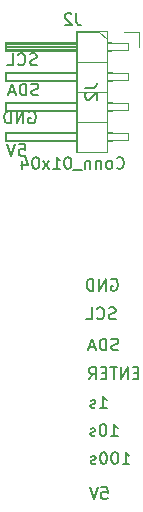
<source format=gbr>
%TF.GenerationSoftware,KiCad,Pcbnew,(5.1.7)-1*%
%TF.CreationDate,2022-02-19T15:23:42+00:00*%
%TF.ProjectId,ControlMenu-PCB,436f6e74-726f-46c4-9d65-6e752d504342,rev?*%
%TF.SameCoordinates,Original*%
%TF.FileFunction,Legend,Bot*%
%TF.FilePolarity,Positive*%
%FSLAX46Y46*%
G04 Gerber Fmt 4.6, Leading zero omitted, Abs format (unit mm)*
G04 Created by KiCad (PCBNEW (5.1.7)-1) date 2022-02-19 15:23:42*
%MOMM*%
%LPD*%
G01*
G04 APERTURE LIST*
%ADD10C,0.150000*%
%ADD11C,0.100000*%
%ADD12C,0.120000*%
G04 APERTURE END LIST*
D10*
X264380476Y-148472380D02*
X264856666Y-148472380D01*
X264904285Y-148948571D01*
X264856666Y-148900952D01*
X264761428Y-148853333D01*
X264523333Y-148853333D01*
X264428095Y-148900952D01*
X264380476Y-148948571D01*
X264332857Y-149043809D01*
X264332857Y-149281904D01*
X264380476Y-149377142D01*
X264428095Y-149424761D01*
X264523333Y-149472380D01*
X264761428Y-149472380D01*
X264856666Y-149424761D01*
X264904285Y-149377142D01*
X264047142Y-148472380D02*
X263713809Y-149472380D01*
X263380476Y-148472380D01*
X266181428Y-146512380D02*
X266752857Y-146512380D01*
X266467142Y-146512380D02*
X266467142Y-145512380D01*
X266562380Y-145655238D01*
X266657619Y-145750476D01*
X266752857Y-145798095D01*
X265562380Y-145512380D02*
X265467142Y-145512380D01*
X265371904Y-145560000D01*
X265324285Y-145607619D01*
X265276666Y-145702857D01*
X265229047Y-145893333D01*
X265229047Y-146131428D01*
X265276666Y-146321904D01*
X265324285Y-146417142D01*
X265371904Y-146464761D01*
X265467142Y-146512380D01*
X265562380Y-146512380D01*
X265657619Y-146464761D01*
X265705238Y-146417142D01*
X265752857Y-146321904D01*
X265800476Y-146131428D01*
X265800476Y-145893333D01*
X265752857Y-145702857D01*
X265705238Y-145607619D01*
X265657619Y-145560000D01*
X265562380Y-145512380D01*
X264610000Y-145512380D02*
X264514761Y-145512380D01*
X264419523Y-145560000D01*
X264371904Y-145607619D01*
X264324285Y-145702857D01*
X264276666Y-145893333D01*
X264276666Y-146131428D01*
X264324285Y-146321904D01*
X264371904Y-146417142D01*
X264419523Y-146464761D01*
X264514761Y-146512380D01*
X264610000Y-146512380D01*
X264705238Y-146464761D01*
X264752857Y-146417142D01*
X264800476Y-146321904D01*
X264848095Y-146131428D01*
X264848095Y-145893333D01*
X264800476Y-145702857D01*
X264752857Y-145607619D01*
X264705238Y-145560000D01*
X264610000Y-145512380D01*
X263895714Y-146464761D02*
X263800476Y-146512380D01*
X263610000Y-146512380D01*
X263514761Y-146464761D01*
X263467142Y-146369523D01*
X263467142Y-146321904D01*
X263514761Y-146226666D01*
X263610000Y-146179047D01*
X263752857Y-146179047D01*
X263848095Y-146131428D01*
X263895714Y-146036190D01*
X263895714Y-145988571D01*
X263848095Y-145893333D01*
X263752857Y-145845714D01*
X263610000Y-145845714D01*
X263514761Y-145893333D01*
X265175238Y-144142380D02*
X265746666Y-144142380D01*
X265460952Y-144142380D02*
X265460952Y-143142380D01*
X265556190Y-143285238D01*
X265651428Y-143380476D01*
X265746666Y-143428095D01*
X264556190Y-143142380D02*
X264460952Y-143142380D01*
X264365714Y-143190000D01*
X264318095Y-143237619D01*
X264270476Y-143332857D01*
X264222857Y-143523333D01*
X264222857Y-143761428D01*
X264270476Y-143951904D01*
X264318095Y-144047142D01*
X264365714Y-144094761D01*
X264460952Y-144142380D01*
X264556190Y-144142380D01*
X264651428Y-144094761D01*
X264699047Y-144047142D01*
X264746666Y-143951904D01*
X264794285Y-143761428D01*
X264794285Y-143523333D01*
X264746666Y-143332857D01*
X264699047Y-143237619D01*
X264651428Y-143190000D01*
X264556190Y-143142380D01*
X263841904Y-144094761D02*
X263746666Y-144142380D01*
X263556190Y-144142380D01*
X263460952Y-144094761D01*
X263413333Y-143999523D01*
X263413333Y-143951904D01*
X263460952Y-143856666D01*
X263556190Y-143809047D01*
X263699047Y-143809047D01*
X263794285Y-143761428D01*
X263841904Y-143666190D01*
X263841904Y-143618571D01*
X263794285Y-143523333D01*
X263699047Y-143475714D01*
X263556190Y-143475714D01*
X263460952Y-143523333D01*
X264239047Y-141772380D02*
X264810476Y-141772380D01*
X264524761Y-141772380D02*
X264524761Y-140772380D01*
X264620000Y-140915238D01*
X264715238Y-141010476D01*
X264810476Y-141058095D01*
X263858095Y-141724761D02*
X263762857Y-141772380D01*
X263572380Y-141772380D01*
X263477142Y-141724761D01*
X263429523Y-141629523D01*
X263429523Y-141581904D01*
X263477142Y-141486666D01*
X263572380Y-141439047D01*
X263715238Y-141439047D01*
X263810476Y-141391428D01*
X263858095Y-141296190D01*
X263858095Y-141248571D01*
X263810476Y-141153333D01*
X263715238Y-141105714D01*
X263572380Y-141105714D01*
X263477142Y-141153333D01*
X267511428Y-138808571D02*
X267178095Y-138808571D01*
X267035238Y-139332380D02*
X267511428Y-139332380D01*
X267511428Y-138332380D01*
X267035238Y-138332380D01*
X266606666Y-139332380D02*
X266606666Y-138332380D01*
X266035238Y-139332380D01*
X266035238Y-138332380D01*
X265701904Y-138332380D02*
X265130476Y-138332380D01*
X265416190Y-139332380D02*
X265416190Y-138332380D01*
X264797142Y-138808571D02*
X264463809Y-138808571D01*
X264320952Y-139332380D02*
X264797142Y-139332380D01*
X264797142Y-138332380D01*
X264320952Y-138332380D01*
X263320952Y-139332380D02*
X263654285Y-138856190D01*
X263892380Y-139332380D02*
X263892380Y-138332380D01*
X263511428Y-138332380D01*
X263416190Y-138380000D01*
X263368571Y-138427619D01*
X263320952Y-138522857D01*
X263320952Y-138665714D01*
X263368571Y-138760952D01*
X263416190Y-138808571D01*
X263511428Y-138856190D01*
X263892380Y-138856190D01*
X265794285Y-136854761D02*
X265651428Y-136902380D01*
X265413333Y-136902380D01*
X265318095Y-136854761D01*
X265270476Y-136807142D01*
X265222857Y-136711904D01*
X265222857Y-136616666D01*
X265270476Y-136521428D01*
X265318095Y-136473809D01*
X265413333Y-136426190D01*
X265603809Y-136378571D01*
X265699047Y-136330952D01*
X265746666Y-136283333D01*
X265794285Y-136188095D01*
X265794285Y-136092857D01*
X265746666Y-135997619D01*
X265699047Y-135950000D01*
X265603809Y-135902380D01*
X265365714Y-135902380D01*
X265222857Y-135950000D01*
X264794285Y-136902380D02*
X264794285Y-135902380D01*
X264556190Y-135902380D01*
X264413333Y-135950000D01*
X264318095Y-136045238D01*
X264270476Y-136140476D01*
X264222857Y-136330952D01*
X264222857Y-136473809D01*
X264270476Y-136664285D01*
X264318095Y-136759523D01*
X264413333Y-136854761D01*
X264556190Y-136902380D01*
X264794285Y-136902380D01*
X263841904Y-136616666D02*
X263365714Y-136616666D01*
X263937142Y-136902380D02*
X263603809Y-135902380D01*
X263270476Y-136902380D01*
X265580476Y-134214761D02*
X265437619Y-134262380D01*
X265199523Y-134262380D01*
X265104285Y-134214761D01*
X265056666Y-134167142D01*
X265009047Y-134071904D01*
X265009047Y-133976666D01*
X265056666Y-133881428D01*
X265104285Y-133833809D01*
X265199523Y-133786190D01*
X265390000Y-133738571D01*
X265485238Y-133690952D01*
X265532857Y-133643333D01*
X265580476Y-133548095D01*
X265580476Y-133452857D01*
X265532857Y-133357619D01*
X265485238Y-133310000D01*
X265390000Y-133262380D01*
X265151904Y-133262380D01*
X265009047Y-133310000D01*
X264009047Y-134167142D02*
X264056666Y-134214761D01*
X264199523Y-134262380D01*
X264294761Y-134262380D01*
X264437619Y-134214761D01*
X264532857Y-134119523D01*
X264580476Y-134024285D01*
X264628095Y-133833809D01*
X264628095Y-133690952D01*
X264580476Y-133500476D01*
X264532857Y-133405238D01*
X264437619Y-133310000D01*
X264294761Y-133262380D01*
X264199523Y-133262380D01*
X264056666Y-133310000D01*
X264009047Y-133357619D01*
X263104285Y-134262380D02*
X263580476Y-134262380D01*
X263580476Y-133262380D01*
X265211904Y-130880000D02*
X265307142Y-130832380D01*
X265450000Y-130832380D01*
X265592857Y-130880000D01*
X265688095Y-130975238D01*
X265735714Y-131070476D01*
X265783333Y-131260952D01*
X265783333Y-131403809D01*
X265735714Y-131594285D01*
X265688095Y-131689523D01*
X265592857Y-131784761D01*
X265450000Y-131832380D01*
X265354761Y-131832380D01*
X265211904Y-131784761D01*
X265164285Y-131737142D01*
X265164285Y-131403809D01*
X265354761Y-131403809D01*
X264735714Y-131832380D02*
X264735714Y-130832380D01*
X264164285Y-131832380D01*
X264164285Y-130832380D01*
X263688095Y-131832380D02*
X263688095Y-130832380D01*
X263450000Y-130832380D01*
X263307142Y-130880000D01*
X263211904Y-130975238D01*
X263164285Y-131070476D01*
X263116666Y-131260952D01*
X263116666Y-131403809D01*
X263164285Y-131594285D01*
X263211904Y-131689523D01*
X263307142Y-131784761D01*
X263450000Y-131832380D01*
X263688095Y-131832380D01*
X257420476Y-119432380D02*
X257896666Y-119432380D01*
X257944285Y-119908571D01*
X257896666Y-119860952D01*
X257801428Y-119813333D01*
X257563333Y-119813333D01*
X257468095Y-119860952D01*
X257420476Y-119908571D01*
X257372857Y-120003809D01*
X257372857Y-120241904D01*
X257420476Y-120337142D01*
X257468095Y-120384761D01*
X257563333Y-120432380D01*
X257801428Y-120432380D01*
X257896666Y-120384761D01*
X257944285Y-120337142D01*
X257087142Y-119432380D02*
X256753809Y-120432380D01*
X256420476Y-119432380D01*
X259024285Y-115264761D02*
X258881428Y-115312380D01*
X258643333Y-115312380D01*
X258548095Y-115264761D01*
X258500476Y-115217142D01*
X258452857Y-115121904D01*
X258452857Y-115026666D01*
X258500476Y-114931428D01*
X258548095Y-114883809D01*
X258643333Y-114836190D01*
X258833809Y-114788571D01*
X258929047Y-114740952D01*
X258976666Y-114693333D01*
X259024285Y-114598095D01*
X259024285Y-114502857D01*
X258976666Y-114407619D01*
X258929047Y-114360000D01*
X258833809Y-114312380D01*
X258595714Y-114312380D01*
X258452857Y-114360000D01*
X258024285Y-115312380D02*
X258024285Y-114312380D01*
X257786190Y-114312380D01*
X257643333Y-114360000D01*
X257548095Y-114455238D01*
X257500476Y-114550476D01*
X257452857Y-114740952D01*
X257452857Y-114883809D01*
X257500476Y-115074285D01*
X257548095Y-115169523D01*
X257643333Y-115264761D01*
X257786190Y-115312380D01*
X258024285Y-115312380D01*
X257071904Y-115026666D02*
X256595714Y-115026666D01*
X257167142Y-115312380D02*
X256833809Y-114312380D01*
X256500476Y-115312380D01*
X258900476Y-112704761D02*
X258757619Y-112752380D01*
X258519523Y-112752380D01*
X258424285Y-112704761D01*
X258376666Y-112657142D01*
X258329047Y-112561904D01*
X258329047Y-112466666D01*
X258376666Y-112371428D01*
X258424285Y-112323809D01*
X258519523Y-112276190D01*
X258710000Y-112228571D01*
X258805238Y-112180952D01*
X258852857Y-112133333D01*
X258900476Y-112038095D01*
X258900476Y-111942857D01*
X258852857Y-111847619D01*
X258805238Y-111800000D01*
X258710000Y-111752380D01*
X258471904Y-111752380D01*
X258329047Y-111800000D01*
X257329047Y-112657142D02*
X257376666Y-112704761D01*
X257519523Y-112752380D01*
X257614761Y-112752380D01*
X257757619Y-112704761D01*
X257852857Y-112609523D01*
X257900476Y-112514285D01*
X257948095Y-112323809D01*
X257948095Y-112180952D01*
X257900476Y-111990476D01*
X257852857Y-111895238D01*
X257757619Y-111800000D01*
X257614761Y-111752380D01*
X257519523Y-111752380D01*
X257376666Y-111800000D01*
X257329047Y-111847619D01*
X256424285Y-112752380D02*
X256900476Y-112752380D01*
X256900476Y-111752380D01*
X258251904Y-116710000D02*
X258347142Y-116662380D01*
X258490000Y-116662380D01*
X258632857Y-116710000D01*
X258728095Y-116805238D01*
X258775714Y-116900476D01*
X258823333Y-117090952D01*
X258823333Y-117233809D01*
X258775714Y-117424285D01*
X258728095Y-117519523D01*
X258632857Y-117614761D01*
X258490000Y-117662380D01*
X258394761Y-117662380D01*
X258251904Y-117614761D01*
X258204285Y-117567142D01*
X258204285Y-117233809D01*
X258394761Y-117233809D01*
X257775714Y-117662380D02*
X257775714Y-116662380D01*
X257204285Y-117662380D01*
X257204285Y-116662380D01*
X256728095Y-117662380D02*
X256728095Y-116662380D01*
X256490000Y-116662380D01*
X256347142Y-116710000D01*
X256251904Y-116805238D01*
X256204285Y-116900476D01*
X256156666Y-117090952D01*
X256156666Y-117233809D01*
X256204285Y-117424285D01*
X256251904Y-117519523D01*
X256347142Y-117614761D01*
X256490000Y-117662380D01*
X256728095Y-117662380D01*
D11*
%TO.C,J2*%
X264185000Y-109910000D02*
X262280000Y-109910000D01*
X262280000Y-109910000D02*
X262280000Y-120070000D01*
X262280000Y-120070000D02*
X264820000Y-120070000D01*
X264820000Y-120070000D02*
X264820000Y-110545000D01*
X264820000Y-110545000D02*
X264185000Y-109910000D01*
X266640000Y-110860000D02*
X264820000Y-110860000D01*
X266640000Y-110860000D02*
X266640000Y-111500000D01*
X266640000Y-111500000D02*
X264820000Y-111500000D01*
X262280000Y-110860000D02*
X256280000Y-110860000D01*
X256280000Y-110860000D02*
X256280000Y-111500000D01*
X262280000Y-111500000D02*
X256280000Y-111500000D01*
X266640000Y-113400000D02*
X264820000Y-113400000D01*
X266640000Y-113400000D02*
X266640000Y-114040000D01*
X266640000Y-114040000D02*
X264820000Y-114040000D01*
X262280000Y-113400000D02*
X256280000Y-113400000D01*
X256280000Y-113400000D02*
X256280000Y-114040000D01*
X262280000Y-114040000D02*
X256280000Y-114040000D01*
X266640000Y-115940000D02*
X264820000Y-115940000D01*
X266640000Y-115940000D02*
X266640000Y-116580000D01*
X266640000Y-116580000D02*
X264820000Y-116580000D01*
X262280000Y-115940000D02*
X256280000Y-115940000D01*
X256280000Y-115940000D02*
X256280000Y-116580000D01*
X262280000Y-116580000D02*
X256280000Y-116580000D01*
X266640000Y-118480000D02*
X264820000Y-118480000D01*
X266640000Y-118480000D02*
X266640000Y-119120000D01*
X266640000Y-119120000D02*
X264820000Y-119120000D01*
X262280000Y-118480000D02*
X256280000Y-118480000D01*
X256280000Y-118480000D02*
X256280000Y-119120000D01*
X262280000Y-119120000D02*
X256280000Y-119120000D01*
D12*
X264880000Y-109850000D02*
X264880000Y-120130000D01*
X264880000Y-120130000D02*
X262220000Y-120130000D01*
X262220000Y-120130000D02*
X262220000Y-109850000D01*
X262220000Y-109850000D02*
X264880000Y-109850000D01*
X262220000Y-110800000D02*
X256220000Y-110800000D01*
X256220000Y-110800000D02*
X256220000Y-111560000D01*
X256220000Y-111560000D02*
X262220000Y-111560000D01*
X262220000Y-110860000D02*
X256220000Y-110860000D01*
X262220000Y-110980000D02*
X256220000Y-110980000D01*
X262220000Y-111100000D02*
X256220000Y-111100000D01*
X262220000Y-111220000D02*
X256220000Y-111220000D01*
X262220000Y-111340000D02*
X256220000Y-111340000D01*
X262220000Y-111460000D02*
X256220000Y-111460000D01*
X265210000Y-110800000D02*
X264880000Y-110800000D01*
X265210000Y-111560000D02*
X264880000Y-111560000D01*
X264880000Y-112450000D02*
X262220000Y-112450000D01*
X262220000Y-113340000D02*
X256220000Y-113340000D01*
X256220000Y-113340000D02*
X256220000Y-114100000D01*
X256220000Y-114100000D02*
X262220000Y-114100000D01*
X265277071Y-113340000D02*
X264880000Y-113340000D01*
X265277071Y-114100000D02*
X264880000Y-114100000D01*
X264880000Y-114990000D02*
X262220000Y-114990000D01*
X262220000Y-115880000D02*
X256220000Y-115880000D01*
X256220000Y-115880000D02*
X256220000Y-116640000D01*
X256220000Y-116640000D02*
X262220000Y-116640000D01*
X265277071Y-115880000D02*
X264880000Y-115880000D01*
X265277071Y-116640000D02*
X264880000Y-116640000D01*
X264880000Y-117530000D02*
X262220000Y-117530000D01*
X262220000Y-118420000D02*
X256220000Y-118420000D01*
X256220000Y-118420000D02*
X256220000Y-119180000D01*
X256220000Y-119180000D02*
X262220000Y-119180000D01*
X265277071Y-118420000D02*
X264880000Y-118420000D01*
X265277071Y-119180000D02*
X264880000Y-119180000D01*
X267590000Y-111180000D02*
X267590000Y-109910000D01*
X267590000Y-109910000D02*
X266320000Y-109910000D01*
D10*
X262268333Y-108362380D02*
X262268333Y-109076666D01*
X262315952Y-109219523D01*
X262411190Y-109314761D01*
X262554047Y-109362380D01*
X262649285Y-109362380D01*
X261839761Y-108457619D02*
X261792142Y-108410000D01*
X261696904Y-108362380D01*
X261458809Y-108362380D01*
X261363571Y-108410000D01*
X261315952Y-108457619D01*
X261268333Y-108552857D01*
X261268333Y-108648095D01*
X261315952Y-108790952D01*
X261887380Y-109362380D01*
X261268333Y-109362380D01*
X265673095Y-121427142D02*
X265720714Y-121474761D01*
X265863571Y-121522380D01*
X265958809Y-121522380D01*
X266101666Y-121474761D01*
X266196904Y-121379523D01*
X266244523Y-121284285D01*
X266292142Y-121093809D01*
X266292142Y-120950952D01*
X266244523Y-120760476D01*
X266196904Y-120665238D01*
X266101666Y-120570000D01*
X265958809Y-120522380D01*
X265863571Y-120522380D01*
X265720714Y-120570000D01*
X265673095Y-120617619D01*
X265101666Y-121522380D02*
X265196904Y-121474761D01*
X265244523Y-121427142D01*
X265292142Y-121331904D01*
X265292142Y-121046190D01*
X265244523Y-120950952D01*
X265196904Y-120903333D01*
X265101666Y-120855714D01*
X264958809Y-120855714D01*
X264863571Y-120903333D01*
X264815952Y-120950952D01*
X264768333Y-121046190D01*
X264768333Y-121331904D01*
X264815952Y-121427142D01*
X264863571Y-121474761D01*
X264958809Y-121522380D01*
X265101666Y-121522380D01*
X264339761Y-120855714D02*
X264339761Y-121522380D01*
X264339761Y-120950952D02*
X264292142Y-120903333D01*
X264196904Y-120855714D01*
X264054047Y-120855714D01*
X263958809Y-120903333D01*
X263911190Y-120998571D01*
X263911190Y-121522380D01*
X263435000Y-120855714D02*
X263435000Y-121522380D01*
X263435000Y-120950952D02*
X263387380Y-120903333D01*
X263292142Y-120855714D01*
X263149285Y-120855714D01*
X263054047Y-120903333D01*
X263006428Y-120998571D01*
X263006428Y-121522380D01*
X262768333Y-121617619D02*
X262006428Y-121617619D01*
X261577857Y-120522380D02*
X261482619Y-120522380D01*
X261387380Y-120570000D01*
X261339761Y-120617619D01*
X261292142Y-120712857D01*
X261244523Y-120903333D01*
X261244523Y-121141428D01*
X261292142Y-121331904D01*
X261339761Y-121427142D01*
X261387380Y-121474761D01*
X261482619Y-121522380D01*
X261577857Y-121522380D01*
X261673095Y-121474761D01*
X261720714Y-121427142D01*
X261768333Y-121331904D01*
X261815952Y-121141428D01*
X261815952Y-120903333D01*
X261768333Y-120712857D01*
X261720714Y-120617619D01*
X261673095Y-120570000D01*
X261577857Y-120522380D01*
X260292142Y-121522380D02*
X260863571Y-121522380D01*
X260577857Y-121522380D02*
X260577857Y-120522380D01*
X260673095Y-120665238D01*
X260768333Y-120760476D01*
X260863571Y-120808095D01*
X259958809Y-121522380D02*
X259435000Y-120855714D01*
X259958809Y-120855714D02*
X259435000Y-121522380D01*
X258863571Y-120522380D02*
X258768333Y-120522380D01*
X258673095Y-120570000D01*
X258625476Y-120617619D01*
X258577857Y-120712857D01*
X258530238Y-120903333D01*
X258530238Y-121141428D01*
X258577857Y-121331904D01*
X258625476Y-121427142D01*
X258673095Y-121474761D01*
X258768333Y-121522380D01*
X258863571Y-121522380D01*
X258958809Y-121474761D01*
X259006428Y-121427142D01*
X259054047Y-121331904D01*
X259101666Y-121141428D01*
X259101666Y-120903333D01*
X259054047Y-120712857D01*
X259006428Y-120617619D01*
X258958809Y-120570000D01*
X258863571Y-120522380D01*
X257673095Y-120855714D02*
X257673095Y-121522380D01*
X257911190Y-120474761D02*
X258149285Y-121189047D01*
X257530238Y-121189047D01*
X263002380Y-114656666D02*
X263716666Y-114656666D01*
X263859523Y-114609047D01*
X263954761Y-114513809D01*
X264002380Y-114370952D01*
X264002380Y-114275714D01*
X263097619Y-115085238D02*
X263050000Y-115132857D01*
X263002380Y-115228095D01*
X263002380Y-115466190D01*
X263050000Y-115561428D01*
X263097619Y-115609047D01*
X263192857Y-115656666D01*
X263288095Y-115656666D01*
X263430952Y-115609047D01*
X264002380Y-115037619D01*
X264002380Y-115656666D01*
%TD*%
M02*

</source>
